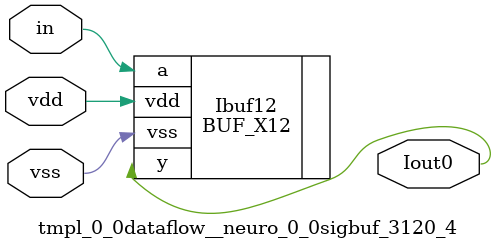
<source format=v>
module tmpl_0_0dataflow__neuro_0_0sigbuf_3120_4(in, Iout0 , vdd, vss); 
   input vdd;
   input vss;
   input in;
   

// -- signals ---
   wire in;
   output Iout0 ;

// --- instances
BUF_X12 Ibuf12  (.y(Iout0 ), .a(in), .vdd(vdd), .vss(vss));
endmodule
</source>
